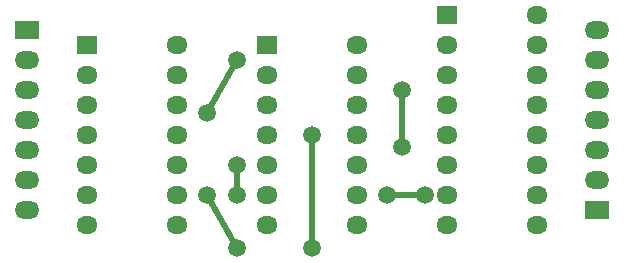
<source format=gbr>
%TF.GenerationSoftware,KiCad,Pcbnew,(5.1.8)-1*%
%TF.CreationDate,2024-01-14T12:38:51+03:00*%
%TF.ProjectId,Toggle,546f6767-6c65-42e6-9b69-6361645f7063,rev?*%
%TF.SameCoordinates,Original*%
%TF.FileFunction,Copper,L1,Top*%
%TF.FilePolarity,Positive*%
%FSLAX46Y46*%
G04 Gerber Fmt 4.6, Leading zero omitted, Abs format (unit mm)*
G04 Created by KiCad (PCBNEW (5.1.8)-1) date 2024-01-14 12:38:51*
%MOMM*%
%LPD*%
G01*
G04 APERTURE LIST*
%TA.AperFunction,ComponentPad*%
%ADD10R,2.100000X1.500000*%
%TD*%
%TA.AperFunction,ComponentPad*%
%ADD11O,2.100000X1.500000*%
%TD*%
%TA.AperFunction,ComponentPad*%
%ADD12R,1.800000X1.500000*%
%TD*%
%TA.AperFunction,ComponentPad*%
%ADD13O,1.800000X1.500000*%
%TD*%
%TA.AperFunction,ViaPad*%
%ADD14C,1.500000*%
%TD*%
%TA.AperFunction,Conductor*%
%ADD15C,0.500000*%
%TD*%
G04 APERTURE END LIST*
D10*
%TO.P,J1,1*%
%TO.N,/~MR*%
X12700000Y-13335000D03*
D11*
%TO.P,J1,2*%
%TO.N,/D0*%
X12700000Y-15875000D03*
%TO.P,J1,3*%
%TO.N,/D1*%
X12700000Y-18415000D03*
%TO.P,J1,4*%
%TO.N,Net-(J1-Pad4)*%
X12700000Y-20955000D03*
%TO.P,J1,5*%
%TO.N,/D2*%
X12700000Y-23495000D03*
%TO.P,J1,6*%
%TO.N,/D3*%
X12700000Y-26035000D03*
%TO.P,J1,7*%
%TO.N,GND*%
X12700000Y-28575000D03*
%TD*%
%TO.P,J2,7*%
%TO.N,VCC*%
X60960000Y-13335000D03*
%TO.P,J2,6*%
%TO.N,/Q0*%
X60960000Y-15875000D03*
%TO.P,J2,5*%
%TO.N,/Q1*%
X60960000Y-18415000D03*
%TO.P,J2,4*%
%TO.N,/Toggle*%
X60960000Y-20955000D03*
%TO.P,J2,3*%
%TO.N,/Q2*%
X60960000Y-23495000D03*
%TO.P,J2,2*%
%TO.N,/Q3*%
X60960000Y-26035000D03*
D10*
%TO.P,J2,1*%
%TO.N,/C*%
X60960000Y-28575000D03*
%TD*%
D12*
%TO.P,U1,1*%
%TO.N,/Q0*%
X33020000Y-14605000D03*
D13*
%TO.P,U1,8*%
%TO.N,Net-(U1-Pad8)*%
X40640000Y-29845000D03*
%TO.P,U1,2*%
%TO.N,/Toggle*%
X33020000Y-17145000D03*
%TO.P,U1,9*%
%TO.N,/Q3*%
X40640000Y-27305000D03*
%TO.P,U1,3*%
%TO.N,Net-(U1-Pad3)*%
X33020000Y-19685000D03*
%TO.P,U1,10*%
%TO.N,/Toggle*%
X40640000Y-24765000D03*
%TO.P,U1,4*%
%TO.N,/Q2*%
X33020000Y-22225000D03*
%TO.P,U1,11*%
%TO.N,Net-(U1-Pad11)*%
X40640000Y-22225000D03*
%TO.P,U1,5*%
%TO.N,/Toggle*%
X33020000Y-24765000D03*
%TO.P,U1,12*%
X40640000Y-19685000D03*
%TO.P,U1,6*%
%TO.N,Net-(U1-Pad6)*%
X33020000Y-27305000D03*
%TO.P,U1,13*%
%TO.N,/Q1*%
X40640000Y-17145000D03*
%TO.P,U1,7*%
%TO.N,GND*%
X33020000Y-29845000D03*
%TO.P,U1,14*%
%TO.N,VCC*%
X40640000Y-14605000D03*
%TD*%
%TO.P,U2,14*%
%TO.N,VCC*%
X25400000Y-14605000D03*
%TO.P,U2,7*%
%TO.N,GND*%
X17780000Y-29845000D03*
%TO.P,U2,13*%
%TO.N,Net-(U1-Pad11)*%
X25400000Y-17145000D03*
%TO.P,U2,6*%
%TO.N,/M2*%
X17780000Y-27305000D03*
%TO.P,U2,12*%
%TO.N,/D1*%
X25400000Y-19685000D03*
%TO.P,U2,5*%
%TO.N,/D2*%
X17780000Y-24765000D03*
%TO.P,U2,11*%
%TO.N,/M1*%
X25400000Y-22225000D03*
%TO.P,U2,4*%
%TO.N,Net-(U1-Pad6)*%
X17780000Y-22225000D03*
%TO.P,U2,10*%
%TO.N,/D3*%
X25400000Y-24765000D03*
%TO.P,U2,3*%
%TO.N,/M0*%
X17780000Y-19685000D03*
%TO.P,U2,9*%
%TO.N,Net-(U1-Pad8)*%
X25400000Y-27305000D03*
%TO.P,U2,2*%
%TO.N,/D0*%
X17780000Y-17145000D03*
%TO.P,U2,8*%
%TO.N,/M3*%
X25400000Y-29845000D03*
D12*
%TO.P,U2,1*%
%TO.N,Net-(U1-Pad3)*%
X17780000Y-14605000D03*
%TD*%
%TO.P,U3,1*%
%TO.N,/~MR*%
X48260000Y-12065000D03*
D13*
%TO.P,U3,9*%
%TO.N,/C*%
X55880000Y-29845000D03*
%TO.P,U3,2*%
%TO.N,/Q0*%
X48260000Y-14605000D03*
%TO.P,U3,10*%
%TO.N,/Q2*%
X55880000Y-27305000D03*
%TO.P,U3,3*%
%TO.N,Net-(U3-Pad3)*%
X48260000Y-17145000D03*
%TO.P,U3,11*%
%TO.N,Net-(U3-Pad11)*%
X55880000Y-24765000D03*
%TO.P,U3,4*%
%TO.N,/M0*%
X48260000Y-19685000D03*
%TO.P,U3,12*%
%TO.N,/M2*%
X55880000Y-22225000D03*
%TO.P,U3,5*%
%TO.N,/M3*%
X48260000Y-22225000D03*
%TO.P,U3,13*%
%TO.N,/M1*%
X55880000Y-19685000D03*
%TO.P,U3,6*%
%TO.N,Net-(U3-Pad6)*%
X48260000Y-24765000D03*
%TO.P,U3,14*%
%TO.N,Net-(U3-Pad14)*%
X55880000Y-17145000D03*
%TO.P,U3,7*%
%TO.N,/Q3*%
X48260000Y-27305000D03*
%TO.P,U3,15*%
%TO.N,/Q1*%
X55880000Y-14605000D03*
%TO.P,U3,8*%
%TO.N,GND*%
X48260000Y-29845000D03*
%TO.P,U3,16*%
%TO.N,VCC*%
X55880000Y-12065000D03*
%TD*%
D14*
%TO.N,/Q2*%
X36830000Y-31750000D03*
X36830000Y-22225000D03*
%TO.N,/Q3*%
X43180000Y-27305000D03*
X46355000Y-27305000D03*
%TO.N,/Toggle*%
X44450000Y-18415000D03*
X44450000Y-23177500D03*
%TO.N,Net-(U1-Pad8)*%
X30480000Y-31750000D03*
X27940000Y-27305000D03*
%TO.N,Net-(U1-Pad6)*%
X30480000Y-27305000D03*
X30480000Y-24765000D03*
%TO.N,/M0*%
X30480000Y-15875000D03*
X27940000Y-20320000D03*
%TD*%
D15*
%TO.N,/Q2*%
X36830000Y-31750000D02*
X36830000Y-22225000D01*
%TO.N,/Q3*%
X43180000Y-27305000D02*
X46355000Y-27305000D01*
%TO.N,/Toggle*%
X44450000Y-18415000D02*
X44450000Y-23495000D01*
%TO.N,Net-(U1-Pad8)*%
X27940000Y-27305000D02*
X30480000Y-31750000D01*
%TO.N,Net-(U1-Pad6)*%
X30480000Y-24765000D02*
X30480000Y-27305000D01*
%TO.N,/M0*%
X27940000Y-20320000D02*
X30480000Y-15875000D01*
%TD*%
M02*

</source>
